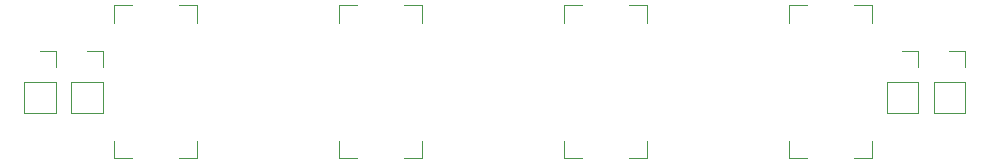
<source format=gbr>
%TF.GenerationSoftware,KiCad,Pcbnew,(6.0.0)*%
%TF.CreationDate,2022-03-07T23:18:18-05:00*%
%TF.ProjectId,SweetBusinessDaughtercard,53776565-7442-4757-9369-6e6573734461,rev?*%
%TF.SameCoordinates,Original*%
%TF.FileFunction,Legend,Top*%
%TF.FilePolarity,Positive*%
%FSLAX46Y46*%
G04 Gerber Fmt 4.6, Leading zero omitted, Abs format (unit mm)*
G04 Created by KiCad (PCBNEW (6.0.0)) date 2022-03-07 23:18:18*
%MOMM*%
%LPD*%
G01*
G04 APERTURE LIST*
%ADD10C,0.120000*%
G04 APERTURE END LIST*
D10*
%TO.C,SW4*%
X152858900Y-59377100D02*
X154358900Y-59377100D01*
X159858900Y-60877100D02*
X159858900Y-59377100D01*
X152858900Y-59377100D02*
X152858900Y-60877100D01*
X152858900Y-72377100D02*
X154358900Y-72377100D01*
X159858900Y-72377100D02*
X159858900Y-70877100D01*
X152858900Y-70877100D02*
X152858900Y-72377100D01*
X158358900Y-72377100D02*
X159858900Y-72377100D01*
X159858900Y-59377100D02*
X158358900Y-59377100D01*
%TO.C,SW3*%
X140810100Y-72377100D02*
X140810100Y-70877100D01*
X133810100Y-59377100D02*
X135310100Y-59377100D01*
X140810100Y-60877100D02*
X140810100Y-59377100D01*
X133810100Y-59377100D02*
X133810100Y-60877100D01*
X140810100Y-59377100D02*
X139310100Y-59377100D01*
X133810100Y-70877100D02*
X133810100Y-72377100D01*
X139310100Y-72377100D02*
X140810100Y-72377100D01*
X133810100Y-72377100D02*
X135310100Y-72377100D01*
%TO.C,K12*%
X163756500Y-65897100D02*
X163756500Y-68497100D01*
X161096500Y-65897100D02*
X161096500Y-68497100D01*
X161096500Y-65897100D02*
X163756500Y-65897100D01*
X162426500Y-63297100D02*
X163756500Y-63297100D01*
X163756500Y-63297100D02*
X163756500Y-64627100D01*
X161096500Y-68497100D02*
X163756500Y-68497100D01*
%TO.C,SW1*%
X102712500Y-59377100D02*
X101212500Y-59377100D01*
X95712500Y-72377100D02*
X97212500Y-72377100D01*
X101212500Y-72377100D02*
X102712500Y-72377100D01*
X95712500Y-59377100D02*
X97212500Y-59377100D01*
X102712500Y-60877100D02*
X102712500Y-59377100D01*
X95712500Y-59377100D02*
X95712500Y-60877100D01*
X95712500Y-70877100D02*
X95712500Y-72377100D01*
X102712500Y-72377100D02*
X102712500Y-70877100D01*
%TO.C,SW2*%
X114761300Y-59377100D02*
X114761300Y-60877100D01*
X121761300Y-60877100D02*
X121761300Y-59377100D01*
X114761300Y-72377100D02*
X116261300Y-72377100D01*
X120261300Y-72377100D02*
X121761300Y-72377100D01*
X114761300Y-70877100D02*
X114761300Y-72377100D01*
X121761300Y-59377100D02*
X120261300Y-59377100D01*
X121761300Y-72377100D02*
X121761300Y-70877100D01*
X114761300Y-59377100D02*
X116261300Y-59377100D01*
%TO.C,K13*%
X166395000Y-63297100D02*
X167725000Y-63297100D01*
X167725000Y-65897100D02*
X167725000Y-68497100D01*
X165065000Y-65897100D02*
X167725000Y-65897100D01*
X165065000Y-65897100D02*
X165065000Y-68497100D01*
X167725000Y-63297100D02*
X167725000Y-64627100D01*
X165065000Y-68497100D02*
X167725000Y-68497100D01*
%TO.C,K11*%
X94704000Y-63297100D02*
X94704000Y-64627100D01*
X93374000Y-63297100D02*
X94704000Y-63297100D01*
X94704000Y-65897100D02*
X94704000Y-68497100D01*
X92044000Y-65897100D02*
X92044000Y-68497100D01*
X92044000Y-68497100D02*
X94704000Y-68497100D01*
X92044000Y-65897100D02*
X94704000Y-65897100D01*
%TO.C,K10*%
X90735500Y-65897100D02*
X90735500Y-68497100D01*
X88075500Y-68497100D02*
X90735500Y-68497100D01*
X89405500Y-63297100D02*
X90735500Y-63297100D01*
X88075500Y-65897100D02*
X88075500Y-68497100D01*
X88075500Y-65897100D02*
X90735500Y-65897100D01*
X90735500Y-63297100D02*
X90735500Y-64627100D01*
%TD*%
M02*

</source>
